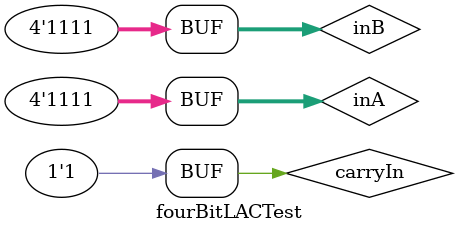
<source format=v>
module fourBitLACTest;
	reg [3:0]inA, inB;
	reg carryIn;
	wire [3:0]sum;
	wire carryOut;
	
	fourBitAheadAdder FA0(inA, inB, carryIn, sum, carryOut);
	
	initial begin
		for(inA=0; inA<15; inA=inA+1)begin
			for(inB=0; inB<15; inB=inB+1)begin
				carryIn=0;
				#1 carryIn=1;
				#1;
			end
			carryIn=0;
			#1 carryIn=1;
			#1;
		end
		for(inB=0; inB<15; inB=inB+1)begin
				carryIn=0;
				#1 carryIn=1;
				#1;
		end
		carryIn=0;
		#1 carryIn=1;
		#1;
	end
	
	initial begin
		$monitor(" carryIn=%b, inA=%b, inB=%b, Sum=%b, CarryOut=%b", carryIn, inA, inB, sum, carryOut);
	end
	
	initial begin
		$dumpfile("testFourBitFA.vcd");
		$dumpvars;
	end
	
endmodule
</source>
